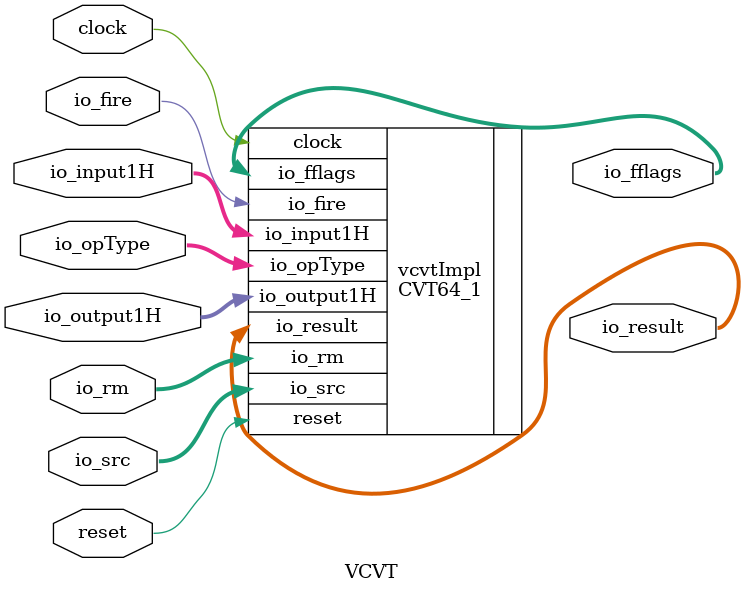
<source format=sv>
`ifndef RANDOMIZE
  `ifdef RANDOMIZE_MEM_INIT
    `define RANDOMIZE
  `endif // RANDOMIZE_MEM_INIT
`endif // not def RANDOMIZE
`ifndef RANDOMIZE
  `ifdef RANDOMIZE_REG_INIT
    `define RANDOMIZE
  `endif // RANDOMIZE_REG_INIT
`endif // not def RANDOMIZE

`ifndef RANDOM
  `define RANDOM $random
`endif // not def RANDOM

// Users can define INIT_RANDOM as general code that gets injected into the
// initializer block for modules with registers.
`ifndef INIT_RANDOM
  `define INIT_RANDOM
`endif // not def INIT_RANDOM

// If using random initialization, you can also define RANDOMIZE_DELAY to
// customize the delay used, otherwise 0.002 is used.
`ifndef RANDOMIZE_DELAY
  `define RANDOMIZE_DELAY 0.002
`endif // not def RANDOMIZE_DELAY

// Define INIT_RANDOM_PROLOG_ for use in our modules below.
`ifndef INIT_RANDOM_PROLOG_
  `ifdef RANDOMIZE
    `ifdef VERILATOR
      `define INIT_RANDOM_PROLOG_ `INIT_RANDOM
    `else  // VERILATOR
      `define INIT_RANDOM_PROLOG_ `INIT_RANDOM #`RANDOMIZE_DELAY begin end
    `endif // VERILATOR
  `else  // RANDOMIZE
    `define INIT_RANDOM_PROLOG_
  `endif // RANDOMIZE
`endif // not def INIT_RANDOM_PROLOG_

// Include register initializers in init blocks unless synthesis is set
`ifndef SYNTHESIS
  `ifndef ENABLE_INITIAL_REG_
    `define ENABLE_INITIAL_REG_
  `endif // not def ENABLE_INITIAL_REG_
`endif // not def SYNTHESIS

// Include rmemory initializers in init blocks unless synthesis is set
`ifndef SYNTHESIS
  `ifndef ENABLE_INITIAL_MEM_
    `define ENABLE_INITIAL_MEM_
  `endif // not def ENABLE_INITIAL_MEM_
`endif // not def SYNTHESIS

module VCVT(
  input         clock,
  input         reset,
  input         io_fire,
  input  [63:0] io_src,
  input  [7:0]  io_opType,
  input  [2:0]  io_rm,
  input  [3:0]  io_input1H,
  input  [3:0]  io_output1H,
  output [63:0] io_result,
  output [4:0]  io_fflags
);

  CVT64_1 vcvtImpl (
    .clock       (clock),
    .reset       (reset),
    .io_fire     (io_fire),
    .io_src      (io_src),
    .io_opType   (io_opType),
    .io_rm       (io_rm),
    .io_input1H  (io_input1H),
    .io_output1H (io_output1H),
    .io_result   (io_result),
    .io_fflags   (io_fflags)
  );
endmodule


</source>
